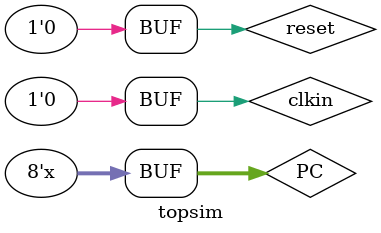
<source format=v>
`timescale 1ns / 1ps
module topsim; 
// Inputs 
reg clkin; 
reg reset; 
reg [7:0]PC;
wire [6:0] sm_duan;//¶ÎÂë
wire [3:0] sm_wei;//ÄÄ¸öÊýÂë¹Ü
wire [31:0]aluRes;
wire [31:0]instruction;
// Instantiate the Unit Under Test (UUT) 
top uut ( 
.clkin(clkin), 
.reset(reset) ,
.PC(PC),
.aluRes(aluRes),
.instruction(instruction),
.sm_duan(sm_duan),
.sm_wei(sm_wei)
); 
//wire reg_dst,jmp,branch, memread, memwrite, memtoreg,alu_src; 
//ire[1:0] aluop;

initial begin 
// Initialize Inputs 
clkin = 0; 
reset = 1; 
PC=0;
// Wait 100 ns for global reset to finish 
#10; 
reset = 0; 
end 
parameter PERIOD = 20; 
always begin 
clkin = 1'b1; 
#(PERIOD / 2) clkin = 1'b0; 
#(PERIOD / 2) ; 
PC=PC+1;
end 
endmodule 

</source>
